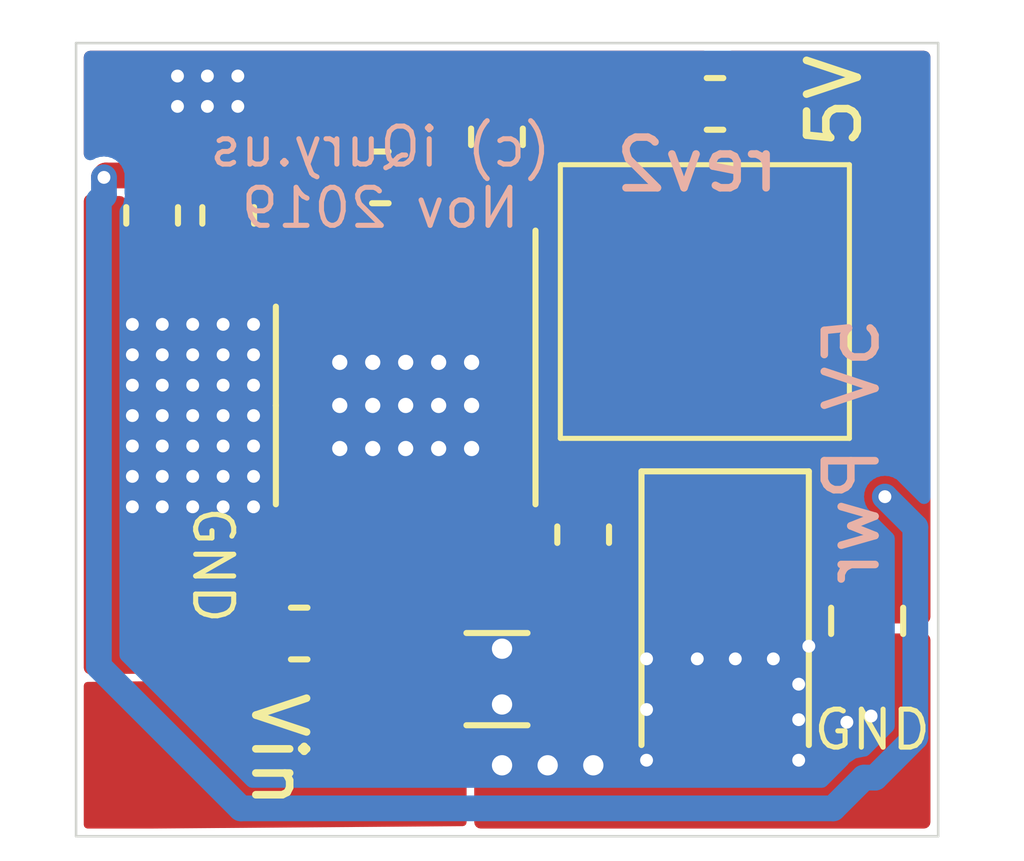
<source format=kicad_pcb>
(kicad_pcb (version 20191123) (host pcbnew "5.99.0-unknown-d20d310~86~ubuntu19.10.1")

  (general
    (thickness 1.6)
    (drawings 15)
    (tracks 83)
    (modules 12)
    (nets 10)
  )

  (page "A4")
  (layers
    (0 "F.Cu" signal)
    (31 "B.Cu" signal)
    (32 "B.Adhes" user)
    (33 "F.Adhes" user)
    (34 "B.Paste" user)
    (35 "F.Paste" user)
    (36 "B.SilkS" user)
    (37 "F.SilkS" user)
    (38 "B.Mask" user)
    (39 "F.Mask" user)
    (40 "Dwgs.User" user)
    (41 "Cmts.User" user)
    (42 "Eco1.User" user)
    (43 "Eco2.User" user)
    (44 "Edge.Cuts" user)
    (45 "Margin" user)
    (46 "B.CrtYd" user)
    (47 "F.CrtYd" user)
    (48 "B.Fab" user hide)
    (49 "F.Fab" user hide)
  )

  (setup
    (last_trace_width 0.381)
    (user_trace_width 0.1524)
    (user_trace_width 0.254)
    (user_trace_width 0.381)
    (user_trace_width 0.508)
    (user_trace_width 1.27)
    (trace_clearance 0.1524)
    (zone_clearance 0.1524)
    (zone_45_only no)
    (trace_min 0.1524)
    (via_size 0.8)
    (via_drill 0.4)
    (via_min_size 0.508)
    (via_min_drill 0.254)
    (user_via 0.508 0.254)
    (user_via 0.8 0.4)
    (user_via 1 0.5)
    (user_via 1.5 0.8)
    (uvia_size 0.3)
    (uvia_drill 0.1)
    (uvias_allowed no)
    (uvia_min_size 0.2)
    (uvia_min_drill 0.1)
    (max_error 0.005)
    (defaults
      (edge_clearance 0.01)
      (edge_cuts_line_width 0.05)
      (courtyard_line_width 0.05)
      (copper_line_width 0.2)
      (copper_text_dims (size 1.5 1.5) (thickness 0.3) keep_upright)
      (silk_line_width 0.12)
      (silk_text_dims (size 1 1) (thickness 0.15) keep_upright)
      (other_layers_line_width 0.1)
      (other_layers_text_dims (size 1 1) (thickness 0.15) keep_upright)
    )
    (pad_size 1.524 1.524)
    (pad_drill 0.762)
    (pad_to_mask_clearance 0.051)
    (solder_mask_min_width 0.25)
    (aux_axis_origin 107.5 87)
    (visible_elements FFFFFF7F)
    (pcbplotparams
      (layerselection 0x010fc_ffffffff)
      (usegerberextensions true)
      (usegerberattributes false)
      (usegerberadvancedattributes false)
      (creategerberjobfile false)
      (excludeedgelayer true)
      (linewidth 0.100000)
      (plotframeref false)
      (viasonmask false)
      (mode 1)
      (useauxorigin false)
      (hpglpennumber 1)
      (hpglpenspeed 20)
      (hpglpendiameter 15.000000)
      (psnegative false)
      (psa4output false)
      (plotreference false)
      (plotvalue false)
      (plotinvisibletext false)
      (padsonsilk false)
      (subtractmaskfromsilk false)
      (outputformat 1)
      (mirror false)
      (drillshape 0)
      (scaleselection 1)
      (outputdirectory "Gerber/")
    )
  )

  (net 0 "")
  (net 1 "GND")
  (net 2 "/Vin")
  (net 3 "Net-(C2-Pad2)")
  (net 4 "Net-(C2-Pad1)")
  (net 5 "Net-(C3-Pad2)")
  (net 6 "Net-(C3-Pad1)")
  (net 7 "/5V")
  (net 8 "Net-(R1-Pad1)")
  (net 9 "Net-(R3-Pad2)")

  (net_class "Default" "This is the default net class."
    (clearance 0.1524)
    (trace_width 0.1524)
    (via_dia 0.8)
    (via_drill 0.4)
    (uvia_dia 0.3)
    (uvia_drill 0.1)
    (add_net "/5V")
    (add_net "/Vin")
    (add_net "GND")
    (add_net "Net-(C2-Pad1)")
    (add_net "Net-(C2-Pad2)")
    (add_net "Net-(C3-Pad1)")
    (add_net "Net-(C3-Pad2)")
    (add_net "Net-(R1-Pad1)")
    (add_net "Net-(R3-Pad2)")
  )

  (module "Resistor_SMD:R_0603_1608Metric" (layer "F.Cu") (tedit 5B301BBD) (tstamp 5DDCB91F)
    (at 115.8 73.2 90)
    (descr "Resistor SMD 0603 (1608 Metric), square (rectangular) end terminal, IPC_7351 nominal, (Body size source: http://www.tortai-tech.com/upload/download/2011102023233369053.pdf), generated with kicad-footprint-generator")
    (tags "resistor")
    (path "/5DDC9F68")
    (attr smd)
    (fp_text reference "R2" (at 0 -1.43 90) (layer "F.SilkS") hide
      (effects (font (size 1 1) (thickness 0.15)))
    )
    (fp_text value "100k" (at 0 1.43 90) (layer "F.Fab")
      (effects (font (size 1 1) (thickness 0.15)))
    )
    (fp_line (start -0.8 0.4) (end -0.8 -0.4) (layer "F.Fab") (width 0.1))
    (fp_line (start -0.8 -0.4) (end 0.8 -0.4) (layer "F.Fab") (width 0.1))
    (fp_line (start 0.8 -0.4) (end 0.8 0.4) (layer "F.Fab") (width 0.1))
    (fp_line (start 0.8 0.4) (end -0.8 0.4) (layer "F.Fab") (width 0.1))
    (fp_line (start -0.162779 -0.51) (end 0.162779 -0.51) (layer "F.SilkS") (width 0.12))
    (fp_line (start -0.162779 0.51) (end 0.162779 0.51) (layer "F.SilkS") (width 0.12))
    (fp_line (start -1.48 0.73) (end -1.48 -0.73) (layer "F.CrtYd") (width 0.05))
    (fp_line (start -1.48 -0.73) (end 1.48 -0.73) (layer "F.CrtYd") (width 0.05))
    (fp_line (start 1.48 -0.73) (end 1.48 0.73) (layer "F.CrtYd") (width 0.05))
    (fp_line (start 1.48 0.73) (end -1.48 0.73) (layer "F.CrtYd") (width 0.05))
    (fp_text user "%R" (at 0 0 90) (layer "F.Fab")
      (effects (font (size 0.4 0.4) (thickness 0.06)))
    )
    (pad "2" smd roundrect (at 0.7875 0 90) (size 0.875 0.95) (layers "F.Cu" "F.Paste" "F.Mask") (roundrect_rratio 0.25)
      (net 1 "GND"))
    (pad "1" smd roundrect (at -0.7875 0 90) (size 0.875 0.95) (layers "F.Cu" "F.Paste" "F.Mask") (roundrect_rratio 0.25)
      (net 5 "Net-(C3-Pad2)"))
    (model "${KISYS3DMOD}/Resistor_SMD.3dshapes/R_0603_1608Metric.wrl"
      (at (xyz 0 0 0))
      (scale (xyz 1 1 1))
      (rotate (xyz 0 0 0))
    )
  )

  (module "Capacitor_SMD:C_0603_1608Metric" (layer "F.Cu") (tedit 5B301BBE) (tstamp 5DE234CD)
    (at 120.1 72.55 180)
    (descr "Capacitor SMD 0603 (1608 Metric), square (rectangular) end terminal, IPC_7351 nominal, (Body size source: http://www.tortai-tech.com/upload/download/2011102023233369053.pdf), generated with kicad-footprint-generator")
    (tags "capacitor")
    (path "/5DDDB92E")
    (attr smd)
    (fp_text reference "C5" (at 0 -1.43) (layer "F.SilkS") hide
      (effects (font (size 1 1) (thickness 0.15)))
    )
    (fp_text value "0.1uF" (at 0 1.43) (layer "F.Fab")
      (effects (font (size 1 1) (thickness 0.15)))
    )
    (fp_text user "%R" (at 0 0) (layer "F.Fab")
      (effects (font (size 0.4 0.4) (thickness 0.06)))
    )
    (fp_line (start 1.48 0.73) (end -1.48 0.73) (layer "F.CrtYd") (width 0.05))
    (fp_line (start 1.48 -0.73) (end 1.48 0.73) (layer "F.CrtYd") (width 0.05))
    (fp_line (start -1.48 -0.73) (end 1.48 -0.73) (layer "F.CrtYd") (width 0.05))
    (fp_line (start -1.48 0.73) (end -1.48 -0.73) (layer "F.CrtYd") (width 0.05))
    (fp_line (start -0.162779 0.51) (end 0.162779 0.51) (layer "F.SilkS") (width 0.12))
    (fp_line (start -0.162779 -0.51) (end 0.162779 -0.51) (layer "F.SilkS") (width 0.12))
    (fp_line (start 0.8 0.4) (end -0.8 0.4) (layer "F.Fab") (width 0.1))
    (fp_line (start 0.8 -0.4) (end 0.8 0.4) (layer "F.Fab") (width 0.1))
    (fp_line (start -0.8 -0.4) (end 0.8 -0.4) (layer "F.Fab") (width 0.1))
    (fp_line (start -0.8 0.4) (end -0.8 -0.4) (layer "F.Fab") (width 0.1))
    (pad "2" smd roundrect (at 0.7875 0 180) (size 0.875 0.95) (layers "F.Cu" "F.Paste" "F.Mask") (roundrect_rratio 0.25)
      (net 1 "GND"))
    (pad "1" smd roundrect (at -0.7875 0 180) (size 0.875 0.95) (layers "F.Cu" "F.Paste" "F.Mask") (roundrect_rratio 0.25)
      (net 7 "/5V"))
    (model "${KISYS3DMOD}/Capacitor_SMD.3dshapes/C_0603_1608Metric.wrl"
      (at (xyz 0 0 0))
      (scale (xyz 1 1 1))
      (rotate (xyz 0 0 0))
    )
  )

  (module "PrntrBoardV2:MWSA0503" (layer "F.Cu") (tedit 5DE1E00E) (tstamp 5DDCB8FD)
    (at 119.9 76.45)
    (path "/5DDC8019")
    (fp_text reference "L1" (at 0.25 3.25) (layer "F.SilkS") hide
      (effects (font (size 1 1) (thickness 0.15)))
    )
    (fp_text value "10uH" (at 0 -0.5) (layer "F.Fab")
      (effects (font (size 1 1) (thickness 0.15)))
    )
    (fp_line (start -2.85 -2.7) (end 2.85 -2.7) (layer "F.SilkS") (width 0.1))
    (fp_line (start -2.85 2.7) (end 2.85 2.7) (layer "F.SilkS") (width 0.1))
    (fp_line (start 2.85 -2.7) (end 2.85 2.7) (layer "F.SilkS") (width 0.1))
    (fp_line (start -2.85 -2.7) (end -2.85 2.7) (layer "F.SilkS") (width 0.1))
    (fp_line (start -3.05 -3) (end 3.05 -3) (layer "F.CrtYd") (width 0.1))
    (fp_line (start 3.05 -3) (end 3.05 3) (layer "F.CrtYd") (width 0.1))
    (fp_line (start 3.05 3) (end -3.05 3) (layer "F.CrtYd") (width 0.1))
    (fp_line (start -3.05 3) (end -3.05 -3) (layer "F.CrtYd") (width 0.1))
    (pad "2" smd rect (at 2.05 0) (size 1.9 2.5) (layers "F.Cu" "F.Paste" "F.Mask")
      (net 7 "/5V"))
    (pad "1" smd rect (at -2.05 0) (size 1.9 2.5) (layers "F.Cu" "F.Paste" "F.Mask")
      (net 4 "Net-(C2-Pad1)"))
    (model "${KIPRJMOD}/packages3d/Inductor-5.2x5.4x2.8.step"
      (at (xyz 0 0 0))
      (scale (xyz 1 1 1))
      (rotate (xyz 0 0 0))
    )
  )

  (module "PrntrBoardV2:SOIC-8-1EP_3.9x4.9mm_P1.27mm_EP2.514x3.2mm_ThermalVias" (layer "F.Cu") (tedit 5DDE1D2A) (tstamp 5DDCB967)
    (at 114 78.5 -90)
    (descr "SOIC, 8 Pin (https://www.renesas.com/eu/en/www/doc/datasheet/hip2100.pdf#page=13), generated with kicad-footprint-generator ipc_gullwing_generator.py")
    (tags "SOIC SO")
    (path "/5DDC6BCF")
    (attr smd)
    (fp_text reference "U1" (at 0 -3.4 90) (layer "F.SilkS") hide
      (effects (font (size 1 1) (thickness 0.15)))
    )
    (fp_text value "MP1584EN" (at 0 3.4 90) (layer "F.Fab")
      (effects (font (size 1 1) (thickness 0.15)))
    )
    (fp_line (start 0 2.56) (end 1.95 2.56) (layer "F.SilkS") (width 0.12))
    (fp_line (start 0 2.56) (end -1.95 2.56) (layer "F.SilkS") (width 0.12))
    (fp_line (start 0 -2.56) (end 1.95 -2.56) (layer "F.SilkS") (width 0.12))
    (fp_line (start 0 -2.56) (end -3.45 -2.56) (layer "F.SilkS") (width 0.12))
    (fp_line (start -0.975 -2.45) (end 1.95 -2.45) (layer "F.Fab") (width 0.1))
    (fp_line (start 1.95 -2.45) (end 1.95 2.45) (layer "F.Fab") (width 0.1))
    (fp_line (start 1.95 2.45) (end -1.95 2.45) (layer "F.Fab") (width 0.1))
    (fp_line (start -1.95 2.45) (end -1.95 -1.475) (layer "F.Fab") (width 0.1))
    (fp_line (start -1.95 -1.475) (end -0.975 -2.45) (layer "F.Fab") (width 0.1))
    (fp_line (start -3.7 -2.7) (end -3.7 2.7) (layer "F.CrtYd") (width 0.05))
    (fp_line (start -3.7 2.7) (end 3.7 2.7) (layer "F.CrtYd") (width 0.05))
    (fp_line (start 3.7 2.7) (end 3.7 -2.7) (layer "F.CrtYd") (width 0.05))
    (fp_line (start 3.7 -2.7) (end -3.7 -2.7) (layer "F.CrtYd") (width 0.05))
    (fp_text user "%R" (at 0 0 90) (layer "F.Fab")
      (effects (font (size 0.98 0.98) (thickness 0.15)))
    )
    (pad "9" thru_hole circle (at -0.85 -1.3 270) (size 0.6 0.6) (drill 0.3) (layers *.Cu)
      (net 1 "GND"))
    (pad "9" thru_hole circle (at -0.85 0.65 270) (size 0.6 0.6) (drill 0.3) (layers *.Cu)
      (net 1 "GND"))
    (pad "9" thru_hole circle (at -0.85 1.3 270) (size 0.6 0.6) (drill 0.3) (layers *.Cu)
      (net 1 "GND"))
    (pad "9" thru_hole circle (at -0.85 0 270) (size 0.6 0.6) (drill 0.3) (layers *.Cu)
      (net 1 "GND"))
    (pad "9" thru_hole circle (at -0.85 -0.65 270) (size 0.6 0.6) (drill 0.3) (layers *.Cu)
      (net 1 "GND"))
    (pad "9" thru_hole circle (at 0 -1.3 270) (size 0.6 0.6) (drill 0.3) (layers *.Cu)
      (net 1 "GND"))
    (pad "9" thru_hole circle (at 0 0.65 270) (size 0.6 0.6) (drill 0.3) (layers *.Cu)
      (net 1 "GND"))
    (pad "9" thru_hole circle (at 0 1.3 270) (size 0.6 0.6) (drill 0.3) (layers *.Cu)
      (net 1 "GND"))
    (pad "9" thru_hole circle (at 0 0 270) (size 0.6 0.6) (drill 0.3) (layers *.Cu)
      (net 1 "GND"))
    (pad "9" thru_hole circle (at 0 -0.65 270) (size 0.6 0.6) (drill 0.3) (layers *.Cu)
      (net 1 "GND"))
    (pad "9" thru_hole circle (at 0.85 1.3 270) (size 0.6 0.6) (drill 0.3) (layers *.Cu)
      (net 1 "GND"))
    (pad "9" thru_hole circle (at 0.85 0.65 270) (size 0.6 0.6) (drill 0.3) (layers *.Cu)
      (net 1 "GND"))
    (pad "9" smd rect (at 0 0 270) (size 2.514 3.2) (layers "F.Cu" "F.Mask")
      (net 1 "GND"))
    (pad "9" thru_hole circle (at 0.85 -1.3 270) (size 0.6 0.6) (drill 0.3) (layers *.Cu)
      (net 1 "GND"))
    (pad "9" thru_hole circle (at 0.85 -0.65 270) (size 0.6 0.6) (drill 0.3) (layers *.Cu)
      (net 1 "GND"))
    (pad "9" thru_hole circle (at 0.85 0 270) (size 0.6 0.6) (drill 0.3) (layers *.Cu)
      (net 1 "GND"))
    (pad "9" smd rect (at 0 0 270) (size 2.514 3.2) (layers "B.Cu")
      (net 1 "GND"))
    (pad "" smd roundrect (at -0.63 -0.8 270) (size 1.05 1.34) (layers "F.Paste") (roundrect_rratio 0.238095))
    (pad "" smd roundrect (at -0.63 0.8 270) (size 1.05 1.34) (layers "F.Paste") (roundrect_rratio 0.238095))
    (pad "" smd roundrect (at 0.63 -0.8 270) (size 1.05 1.34) (layers "F.Paste") (roundrect_rratio 0.238095))
    (pad "" smd roundrect (at 0.63 0.8 270) (size 1.05 1.34) (layers "F.Paste") (roundrect_rratio 0.238095))
    (pad "1" smd roundrect (at -2.6375 -1.905 270) (size 1.625 0.6) (layers "F.Cu" "F.Paste" "F.Mask") (roundrect_rratio 0.25)
      (net 4 "Net-(C2-Pad1)"))
    (pad "2" smd roundrect (at -2.6375 -0.635 270) (size 1.625 0.6) (layers "F.Cu" "F.Paste" "F.Mask") (roundrect_rratio 0.25))
    (pad "3" smd roundrect (at -2.6375 0.635 270) (size 1.625 0.6) (layers "F.Cu" "F.Paste" "F.Mask") (roundrect_rratio 0.25)
      (net 6 "Net-(C3-Pad1)"))
    (pad "4" smd roundrect (at -2.6375 1.905 270) (size 1.625 0.6) (layers "F.Cu" "F.Paste" "F.Mask") (roundrect_rratio 0.25)
      (net 9 "Net-(R3-Pad2)"))
    (pad "5" smd roundrect (at 2.6375 1.905 270) (size 1.625 0.6) (layers "F.Cu" "F.Paste" "F.Mask") (roundrect_rratio 0.25)
      (net 1 "GND"))
    (pad "6" smd roundrect (at 2.6375 0.635 270) (size 1.625 0.6) (layers "F.Cu" "F.Paste" "F.Mask") (roundrect_rratio 0.25)
      (net 8 "Net-(R1-Pad1)"))
    (pad "7" smd roundrect (at 2.6375 -0.635 270) (size 1.625 0.6) (layers "F.Cu" "F.Paste" "F.Mask") (roundrect_rratio 0.25)
      (net 2 "/Vin"))
    (pad "8" smd roundrect (at 2.6375 -1.905 270) (size 1.625 0.6) (layers "F.Cu" "F.Paste" "F.Mask") (roundrect_rratio 0.25)
      (net 3 "Net-(C2-Pad2)"))
    (model "${KISYS3DMOD}/Package_SO.3dshapes/SOIC-8_3.9x4.9mm_P1.27mm.wrl"
      (at (xyz 0 0 0))
      (scale (xyz 1 1 1))
      (rotate (xyz 0 0 0))
    )
  )

  (module "Capacitor_SMD:C_0603_1608Metric" (layer "F.Cu") (tedit 5B301BBE) (tstamp 5DDCDC98)
    (at 113.5 74)
    (descr "Capacitor SMD 0603 (1608 Metric), square (rectangular) end terminal, IPC_7351 nominal, (Body size source: http://www.tortai-tech.com/upload/download/2011102023233369053.pdf), generated with kicad-footprint-generator")
    (tags "capacitor")
    (path "/5DDC95B6")
    (attr smd)
    (fp_text reference "C3" (at 0 -1.43) (layer "F.SilkS") hide
      (effects (font (size 1 1) (thickness 0.15)))
    )
    (fp_text value "150pF" (at 0 1.43) (layer "F.Fab")
      (effects (font (size 1 1) (thickness 0.15)))
    )
    (fp_line (start -0.8 0.4) (end -0.8 -0.4) (layer "F.Fab") (width 0.1))
    (fp_line (start -0.8 -0.4) (end 0.8 -0.4) (layer "F.Fab") (width 0.1))
    (fp_line (start 0.8 -0.4) (end 0.8 0.4) (layer "F.Fab") (width 0.1))
    (fp_line (start 0.8 0.4) (end -0.8 0.4) (layer "F.Fab") (width 0.1))
    (fp_line (start -0.162779 -0.51) (end 0.162779 -0.51) (layer "F.SilkS") (width 0.12))
    (fp_line (start -0.162779 0.51) (end 0.162779 0.51) (layer "F.SilkS") (width 0.12))
    (fp_line (start -1.48 0.73) (end -1.48 -0.73) (layer "F.CrtYd") (width 0.05))
    (fp_line (start -1.48 -0.73) (end 1.48 -0.73) (layer "F.CrtYd") (width 0.05))
    (fp_line (start 1.48 -0.73) (end 1.48 0.73) (layer "F.CrtYd") (width 0.05))
    (fp_line (start 1.48 0.73) (end -1.48 0.73) (layer "F.CrtYd") (width 0.05))
    (fp_text user "%R" (at 0 0) (layer "F.Fab")
      (effects (font (size 0.4 0.4) (thickness 0.06)))
    )
    (pad "2" smd roundrect (at 0.7875 0) (size 0.875 0.95) (layers "F.Cu" "F.Paste" "F.Mask") (roundrect_rratio 0.25)
      (net 5 "Net-(C3-Pad2)"))
    (pad "1" smd roundrect (at -0.7875 0) (size 0.875 0.95) (layers "F.Cu" "F.Paste" "F.Mask") (roundrect_rratio 0.25)
      (net 6 "Net-(C3-Pad1)"))
    (model "${KISYS3DMOD}/Capacitor_SMD.3dshapes/C_0603_1608Metric.wrl"
      (at (xyz 0 0 0))
      (scale (xyz 1 1 1))
      (rotate (xyz 0 0 0))
    )
  )

  (module "Resistor_SMD:R_0603_1608Metric" (layer "F.Cu") (tedit 5B301BBD) (tstamp 5DDCB941)
    (at 110.5 74.75 90)
    (descr "Resistor SMD 0603 (1608 Metric), square (rectangular) end terminal, IPC_7351 nominal, (Body size source: http://www.tortai-tech.com/upload/download/2011102023233369053.pdf), generated with kicad-footprint-generator")
    (tags "resistor")
    (path "/5DDCDD78")
    (attr smd)
    (fp_text reference "R4" (at 0 -1.43 90) (layer "F.SilkS") hide
      (effects (font (size 1 1) (thickness 0.15)))
    )
    (fp_text value "40.2k" (at 0 1.43 90) (layer "F.Fab")
      (effects (font (size 1 1) (thickness 0.15)))
    )
    (fp_line (start -0.8 0.4) (end -0.8 -0.4) (layer "F.Fab") (width 0.1))
    (fp_line (start -0.8 -0.4) (end 0.8 -0.4) (layer "F.Fab") (width 0.1))
    (fp_line (start 0.8 -0.4) (end 0.8 0.4) (layer "F.Fab") (width 0.1))
    (fp_line (start 0.8 0.4) (end -0.8 0.4) (layer "F.Fab") (width 0.1))
    (fp_line (start -0.162779 -0.51) (end 0.162779 -0.51) (layer "F.SilkS") (width 0.12))
    (fp_line (start -0.162779 0.51) (end 0.162779 0.51) (layer "F.SilkS") (width 0.12))
    (fp_line (start -1.48 0.73) (end -1.48 -0.73) (layer "F.CrtYd") (width 0.05))
    (fp_line (start -1.48 -0.73) (end 1.48 -0.73) (layer "F.CrtYd") (width 0.05))
    (fp_line (start 1.48 -0.73) (end 1.48 0.73) (layer "F.CrtYd") (width 0.05))
    (fp_line (start 1.48 0.73) (end -1.48 0.73) (layer "F.CrtYd") (width 0.05))
    (fp_text user "%R" (at 0 0 90) (layer "F.Fab")
      (effects (font (size 0.4 0.4) (thickness 0.06)))
    )
    (pad "2" smd roundrect (at 0.7875 0 90) (size 0.875 0.95) (layers "F.Cu" "F.Paste" "F.Mask") (roundrect_rratio 0.25)
      (net 1 "GND"))
    (pad "1" smd roundrect (at -0.7875 0 90) (size 0.875 0.95) (layers "F.Cu" "F.Paste" "F.Mask") (roundrect_rratio 0.25)
      (net 9 "Net-(R3-Pad2)"))
    (model "${KISYS3DMOD}/Resistor_SMD.3dshapes/R_0603_1608Metric.wrl"
      (at (xyz 0 0 0))
      (scale (xyz 1 1 1))
      (rotate (xyz 0 0 0))
    )
  )

  (module "Resistor_SMD:R_0603_1608Metric" (layer "F.Cu") (tedit 5B301BBD) (tstamp 5DDCB930)
    (at 109 74.75 -90)
    (descr "Resistor SMD 0603 (1608 Metric), square (rectangular) end terminal, IPC_7351 nominal, (Body size source: http://www.tortai-tech.com/upload/download/2011102023233369053.pdf), generated with kicad-footprint-generator")
    (tags "resistor")
    (path "/5DDCD723")
    (attr smd)
    (fp_text reference "R3" (at 0 -1.43 90) (layer "F.SilkS") hide
      (effects (font (size 1 1) (thickness 0.15)))
    )
    (fp_text value "210k" (at 0 1.43 90) (layer "F.Fab")
      (effects (font (size 1 1) (thickness 0.15)))
    )
    (fp_line (start -0.8 0.4) (end -0.8 -0.4) (layer "F.Fab") (width 0.1))
    (fp_line (start -0.8 -0.4) (end 0.8 -0.4) (layer "F.Fab") (width 0.1))
    (fp_line (start 0.8 -0.4) (end 0.8 0.4) (layer "F.Fab") (width 0.1))
    (fp_line (start 0.8 0.4) (end -0.8 0.4) (layer "F.Fab") (width 0.1))
    (fp_line (start -0.162779 -0.51) (end 0.162779 -0.51) (layer "F.SilkS") (width 0.12))
    (fp_line (start -0.162779 0.51) (end 0.162779 0.51) (layer "F.SilkS") (width 0.12))
    (fp_line (start -1.48 0.73) (end -1.48 -0.73) (layer "F.CrtYd") (width 0.05))
    (fp_line (start -1.48 -0.73) (end 1.48 -0.73) (layer "F.CrtYd") (width 0.05))
    (fp_line (start 1.48 -0.73) (end 1.48 0.73) (layer "F.CrtYd") (width 0.05))
    (fp_line (start 1.48 0.73) (end -1.48 0.73) (layer "F.CrtYd") (width 0.05))
    (fp_text user "%R" (at 0 0 90) (layer "F.Fab")
      (effects (font (size 0.4 0.4) (thickness 0.06)))
    )
    (pad "2" smd roundrect (at 0.7875 0 270) (size 0.875 0.95) (layers "F.Cu" "F.Paste" "F.Mask") (roundrect_rratio 0.25)
      (net 9 "Net-(R3-Pad2)"))
    (pad "1" smd roundrect (at -0.7875 0 270) (size 0.875 0.95) (layers "F.Cu" "F.Paste" "F.Mask") (roundrect_rratio 0.25)
      (net 7 "/5V"))
    (model "${KISYS3DMOD}/Resistor_SMD.3dshapes/R_0603_1608Metric.wrl"
      (at (xyz 0 0 0))
      (scale (xyz 1 1 1))
      (rotate (xyz 0 0 0))
    )
  )

  (module "Resistor_SMD:R_0603_1608Metric" (layer "F.Cu") (tedit 5B301BBD) (tstamp 5DDCB90E)
    (at 111.9 83 180)
    (descr "Resistor SMD 0603 (1608 Metric), square (rectangular) end terminal, IPC_7351 nominal, (Body size source: http://www.tortai-tech.com/upload/download/2011102023233369053.pdf), generated with kicad-footprint-generator")
    (tags "resistor")
    (path "/5DDCAC70")
    (attr smd)
    (fp_text reference "R1" (at 0 -1.43) (layer "F.SilkS") hide
      (effects (font (size 1 1) (thickness 0.15)))
    )
    (fp_text value "100k" (at 0 1.43) (layer "F.Fab")
      (effects (font (size 1 1) (thickness 0.15)))
    )
    (fp_line (start -0.8 0.4) (end -0.8 -0.4) (layer "F.Fab") (width 0.1))
    (fp_line (start -0.8 -0.4) (end 0.8 -0.4) (layer "F.Fab") (width 0.1))
    (fp_line (start 0.8 -0.4) (end 0.8 0.4) (layer "F.Fab") (width 0.1))
    (fp_line (start 0.8 0.4) (end -0.8 0.4) (layer "F.Fab") (width 0.1))
    (fp_line (start -0.162779 -0.51) (end 0.162779 -0.51) (layer "F.SilkS") (width 0.12))
    (fp_line (start -0.162779 0.51) (end 0.162779 0.51) (layer "F.SilkS") (width 0.12))
    (fp_line (start -1.48 0.73) (end -1.48 -0.73) (layer "F.CrtYd") (width 0.05))
    (fp_line (start -1.48 -0.73) (end 1.48 -0.73) (layer "F.CrtYd") (width 0.05))
    (fp_line (start 1.48 -0.73) (end 1.48 0.73) (layer "F.CrtYd") (width 0.05))
    (fp_line (start 1.48 0.73) (end -1.48 0.73) (layer "F.CrtYd") (width 0.05))
    (fp_text user "%R" (at 0 0) (layer "F.Fab")
      (effects (font (size 0.4 0.4) (thickness 0.06)))
    )
    (pad "2" smd roundrect (at 0.7875 0 180) (size 0.875 0.95) (layers "F.Cu" "F.Paste" "F.Mask") (roundrect_rratio 0.25)
      (net 1 "GND"))
    (pad "1" smd roundrect (at -0.7875 0 180) (size 0.875 0.95) (layers "F.Cu" "F.Paste" "F.Mask") (roundrect_rratio 0.25)
      (net 8 "Net-(R1-Pad1)"))
    (model "${KISYS3DMOD}/Resistor_SMD.3dshapes/R_0603_1608Metric.wrl"
      (at (xyz 0 0 0))
      (scale (xyz 1 1 1))
      (rotate (xyz 0 0 0))
    )
  )

  (module "Diode_SMD:D_SMA" (layer "F.Cu") (tedit 586432E5) (tstamp 5DDCB8AE)
    (at 120.3 83.2 -90)
    (descr "Diode SMA (DO-214AC)")
    (tags "Diode SMA (DO-214AC)")
    (path "/5DDC73D8")
    (attr smd)
    (fp_text reference "D1" (at 0 -2.5 90) (layer "F.SilkS") hide
      (effects (font (size 1 1) (thickness 0.15)))
    )
    (fp_text value "SS34" (at 0 2.6 90) (layer "F.Fab")
      (effects (font (size 1 1) (thickness 0.15)))
    )
    (fp_text user "%R" (at 0 -2.5 90) (layer "F.Fab")
      (effects (font (size 1 1) (thickness 0.15)))
    )
    (fp_line (start -3.4 -1.65) (end -3.4 1.65) (layer "F.SilkS") (width 0.12))
    (fp_line (start 2.3 1.5) (end -2.3 1.5) (layer "F.Fab") (width 0.1))
    (fp_line (start -2.3 1.5) (end -2.3 -1.5) (layer "F.Fab") (width 0.1))
    (fp_line (start 2.3 -1.5) (end 2.3 1.5) (layer "F.Fab") (width 0.1))
    (fp_line (start 2.3 -1.5) (end -2.3 -1.5) (layer "F.Fab") (width 0.1))
    (fp_line (start -3.5 -1.75) (end 3.5 -1.75) (layer "F.CrtYd") (width 0.05))
    (fp_line (start 3.5 -1.75) (end 3.5 1.75) (layer "F.CrtYd") (width 0.05))
    (fp_line (start 3.5 1.75) (end -3.5 1.75) (layer "F.CrtYd") (width 0.05))
    (fp_line (start -3.5 1.75) (end -3.5 -1.75) (layer "F.CrtYd") (width 0.05))
    (fp_line (start -0.64944 0.00102) (end -1.55114 0.00102) (layer "F.Fab") (width 0.1))
    (fp_line (start 0.50118 0.00102) (end 1.4994 0.00102) (layer "F.Fab") (width 0.1))
    (fp_line (start -0.64944 -0.79908) (end -0.64944 0.80112) (layer "F.Fab") (width 0.1))
    (fp_line (start 0.50118 0.75032) (end 0.50118 -0.79908) (layer "F.Fab") (width 0.1))
    (fp_line (start -0.64944 0.00102) (end 0.50118 0.75032) (layer "F.Fab") (width 0.1))
    (fp_line (start -0.64944 0.00102) (end 0.50118 -0.79908) (layer "F.Fab") (width 0.1))
    (fp_line (start -3.4 1.65) (end 2 1.65) (layer "F.SilkS") (width 0.12))
    (fp_line (start -3.4 -1.65) (end 2 -1.65) (layer "F.SilkS") (width 0.12))
    (pad "2" smd rect (at 2 0 270) (size 2.5 1.8) (layers "F.Cu" "F.Paste" "F.Mask")
      (net 1 "GND"))
    (pad "1" smd rect (at -2 0 270) (size 2.5 1.8) (layers "F.Cu" "F.Paste" "F.Mask")
      (net 4 "Net-(C2-Pad1)"))
    (model "${KISYS3DMOD}/Diode_SMD.3dshapes/D_SMA.wrl"
      (at (xyz 0 0 0))
      (scale (xyz 1 1 1))
      (rotate (xyz 0 0 0))
    )
  )

  (module "Capacitor_SMD:C_0805_2012Metric" (layer "F.Cu") (tedit 5B36C52B) (tstamp 5DDCBED5)
    (at 123.1 82.75 -90)
    (descr "Capacitor SMD 0805 (2012 Metric), square (rectangular) end terminal, IPC_7351 nominal, (Body size source: https://docs.google.com/spreadsheets/d/1BsfQQcO9C6DZCsRaXUlFlo91Tg2WpOkGARC1WS5S8t0/edit?usp=sharing), generated with kicad-footprint-generator")
    (tags "capacitor")
    (path "/5DDC89EA")
    (attr smd)
    (fp_text reference "C4" (at 0 -1.65 90) (layer "F.SilkS") hide
      (effects (font (size 1 1) (thickness 0.15)))
    )
    (fp_text value "22uF" (at 0 1.65 90) (layer "F.Fab")
      (effects (font (size 1 1) (thickness 0.15)))
    )
    (fp_line (start -1 0.6) (end -1 -0.6) (layer "F.Fab") (width 0.1))
    (fp_line (start -1 -0.6) (end 1 -0.6) (layer "F.Fab") (width 0.1))
    (fp_line (start 1 -0.6) (end 1 0.6) (layer "F.Fab") (width 0.1))
    (fp_line (start 1 0.6) (end -1 0.6) (layer "F.Fab") (width 0.1))
    (fp_line (start -0.258578 -0.71) (end 0.258578 -0.71) (layer "F.SilkS") (width 0.12))
    (fp_line (start -0.258578 0.71) (end 0.258578 0.71) (layer "F.SilkS") (width 0.12))
    (fp_line (start -1.68 0.95) (end -1.68 -0.95) (layer "F.CrtYd") (width 0.05))
    (fp_line (start -1.68 -0.95) (end 1.68 -0.95) (layer "F.CrtYd") (width 0.05))
    (fp_line (start 1.68 -0.95) (end 1.68 0.95) (layer "F.CrtYd") (width 0.05))
    (fp_line (start 1.68 0.95) (end -1.68 0.95) (layer "F.CrtYd") (width 0.05))
    (fp_text user "%R" (at 0 0 90) (layer "F.Fab")
      (effects (font (size 0.5 0.5) (thickness 0.08)))
    )
    (pad "2" smd roundrect (at 0.9375 0 270) (size 0.975 1.4) (layers "F.Cu" "F.Paste" "F.Mask") (roundrect_rratio 0.25)
      (net 1 "GND"))
    (pad "1" smd roundrect (at -0.9375 0 270) (size 0.975 1.4) (layers "F.Cu" "F.Paste" "F.Mask") (roundrect_rratio 0.25)
      (net 7 "/5V"))
    (model "${KISYS3DMOD}/Capacitor_SMD.3dshapes/C_0805_2012Metric.wrl"
      (at (xyz 0 0 0))
      (scale (xyz 1 1 1))
      (rotate (xyz 0 0 0))
    )
  )

  (module "Capacitor_SMD:C_0603_1608Metric" (layer "F.Cu") (tedit 5B301BBE) (tstamp 5DDCB874)
    (at 117.5 81.05 -90)
    (descr "Capacitor SMD 0603 (1608 Metric), square (rectangular) end terminal, IPC_7351 nominal, (Body size source: http://www.tortai-tech.com/upload/download/2011102023233369053.pdf), generated with kicad-footprint-generator")
    (tags "capacitor")
    (path "/5DDCBFFB")
    (attr smd)
    (fp_text reference "C2" (at 0 -1.43 90) (layer "F.SilkS") hide
      (effects (font (size 1 1) (thickness 0.15)))
    )
    (fp_text value "0.1uF" (at 0 1.43 90) (layer "F.Fab")
      (effects (font (size 1 1) (thickness 0.15)))
    )
    (fp_line (start -0.8 0.4) (end -0.8 -0.4) (layer "F.Fab") (width 0.1))
    (fp_line (start -0.8 -0.4) (end 0.8 -0.4) (layer "F.Fab") (width 0.1))
    (fp_line (start 0.8 -0.4) (end 0.8 0.4) (layer "F.Fab") (width 0.1))
    (fp_line (start 0.8 0.4) (end -0.8 0.4) (layer "F.Fab") (width 0.1))
    (fp_line (start -0.162779 -0.51) (end 0.162779 -0.51) (layer "F.SilkS") (width 0.12))
    (fp_line (start -0.162779 0.51) (end 0.162779 0.51) (layer "F.SilkS") (width 0.12))
    (fp_line (start -1.48 0.73) (end -1.48 -0.73) (layer "F.CrtYd") (width 0.05))
    (fp_line (start -1.48 -0.73) (end 1.48 -0.73) (layer "F.CrtYd") (width 0.05))
    (fp_line (start 1.48 -0.73) (end 1.48 0.73) (layer "F.CrtYd") (width 0.05))
    (fp_line (start 1.48 0.73) (end -1.48 0.73) (layer "F.CrtYd") (width 0.05))
    (fp_text user "%R" (at 0 0 90) (layer "F.Fab")
      (effects (font (size 0.4 0.4) (thickness 0.06)))
    )
    (pad "2" smd roundrect (at 0.7875 0 270) (size 0.875 0.95) (layers "F.Cu" "F.Paste" "F.Mask") (roundrect_rratio 0.25)
      (net 3 "Net-(C2-Pad2)"))
    (pad "1" smd roundrect (at -0.7875 0 270) (size 0.875 0.95) (layers "F.Cu" "F.Paste" "F.Mask") (roundrect_rratio 0.25)
      (net 4 "Net-(C2-Pad1)"))
    (model "${KISYS3DMOD}/Capacitor_SMD.3dshapes/C_0603_1608Metric.wrl"
      (at (xyz 0 0 0))
      (scale (xyz 1 1 1))
      (rotate (xyz 0 0 0))
    )
  )

  (module "Capacitor_SMD:C_1206_3216Metric" (layer "F.Cu") (tedit 5B301BBE) (tstamp 5DDCB863)
    (at 115.8 83.9)
    (descr "Capacitor SMD 1206 (3216 Metric), square (rectangular) end terminal, IPC_7351 nominal, (Body size source: http://www.tortai-tech.com/upload/download/2011102023233369053.pdf), generated with kicad-footprint-generator")
    (tags "capacitor")
    (path "/5DDCB2EE")
    (attr smd)
    (fp_text reference "C1" (at 0 -1.82) (layer "F.SilkS") hide
      (effects (font (size 1 1) (thickness 0.15)))
    )
    (fp_text value "10uF 50V" (at 0 1.82) (layer "F.Fab")
      (effects (font (size 1 1) (thickness 0.15)))
    )
    (fp_line (start -1.6 0.8) (end -1.6 -0.8) (layer "F.Fab") (width 0.1))
    (fp_line (start -1.6 -0.8) (end 1.6 -0.8) (layer "F.Fab") (width 0.1))
    (fp_line (start 1.6 -0.8) (end 1.6 0.8) (layer "F.Fab") (width 0.1))
    (fp_line (start 1.6 0.8) (end -1.6 0.8) (layer "F.Fab") (width 0.1))
    (fp_line (start -0.602064 -0.91) (end 0.602064 -0.91) (layer "F.SilkS") (width 0.12))
    (fp_line (start -0.602064 0.91) (end 0.602064 0.91) (layer "F.SilkS") (width 0.12))
    (fp_line (start -2.28 1.12) (end -2.28 -1.12) (layer "F.CrtYd") (width 0.05))
    (fp_line (start -2.28 -1.12) (end 2.28 -1.12) (layer "F.CrtYd") (width 0.05))
    (fp_line (start 2.28 -1.12) (end 2.28 1.12) (layer "F.CrtYd") (width 0.05))
    (fp_line (start 2.28 1.12) (end -2.28 1.12) (layer "F.CrtYd") (width 0.05))
    (fp_text user "%R" (at 0 0) (layer "F.Fab")
      (effects (font (size 0.8 0.8) (thickness 0.12)))
    )
    (pad "2" smd roundrect (at 1.4 0) (size 1.25 1.75) (layers "F.Cu" "F.Paste" "F.Mask") (roundrect_rratio 0.2)
      (net 1 "GND"))
    (pad "1" smd roundrect (at -1.4 0) (size 1.25 1.75) (layers "F.Cu" "F.Paste" "F.Mask") (roundrect_rratio 0.2)
      (net 2 "/Vin"))
    (model "${KISYS3DMOD}/Capacitor_SMD.3dshapes/C_1206_3216Metric.wrl"
      (at (xyz 0 0 0))
      (scale (xyz 1 1 1))
      (rotate (xyz 0 0 0))
    )
  )

  (gr_text "GND" (at 110.2 81.65 270) (layer "F.SilkS") (tstamp 5DDCCD17)
    (effects (font (size 0.75 0.75) (thickness 0.1)))
  )
  (gr_text "5V Pwr" (at 122.8 79.4 90) (layer "B.SilkS")
    (effects (font (size 1 1) (thickness 0.15)) (justify mirror))
  )
  (gr_text "rev2" (at 119.75 73.75) (layer "B.SilkS")
    (effects (font (size 1 1) (thickness 0.15)) (justify mirror))
  )
  (gr_text "(c) iQury.us\nNov 2019" (at 113.5 74) (layer "B.SilkS")
    (effects (font (size 0.75 0.75) (thickness 0.1)) (justify mirror))
  )
  (gr_text "GND" (at 123.2 84.9) (layer "F.SilkS")
    (effects (font (size 0.75 0.75) (thickness 0.1)))
  )
  (gr_text "Vin" (at 111.5 85.3 -90) (layer "F.SilkS")
    (effects (font (size 1 1) (thickness 0.15)))
  )
  (gr_text "5V" (at 122.45 72.5 90) (layer "F.SilkS")
    (effects (font (size 1 1) (thickness 0.15)))
  )
  (gr_poly (pts (xy 123.1 72.55) (xy 123.1 75.8) (xy 124.2 75.8) (xy 124.2 72.55)) (layer "F.Mask") (width 0.1))
  (gr_poly (pts (xy 122.3 85.35) (xy 122.3 86.75) (xy 124.3 86.75) (xy 124.3 85.35)) (layer "F.Mask") (width 0.1))
  (gr_poly (pts (xy 107.75 80.9) (xy 109.75 80.9) (xy 109.75 83.6) (xy 107.75 83.6)) (layer "F.Mask") (width 0.1))
  (gr_poly (pts (xy 107.75 84.05) (xy 110.65 84.05) (xy 110.65 86.8) (xy 107.75 86.8)) (layer "F.Mask") (width 0.1))
  (gr_line (start 107.5 87) (end 107.5 71.35) (layer "Edge.Cuts") (width 0.05))
  (gr_line (start 124.5 87) (end 107.5 87) (layer "Edge.Cuts") (width 0.05))
  (gr_line (start 124.5 71.35) (end 124.5 87) (layer "Edge.Cuts") (width 0.05))
  (gr_line (start 107.5 71.35) (end 124.5 71.35) (layer "Edge.Cuts") (width 0.05))

  (segment (start 114.2875 74) (end 115.7875 74) (width 0.381) (layer "F.Cu") (net 5))
  (segment (start 115.7875 74) (end 115.8 73.9875) (width 0.381) (layer "F.Cu") (net 5))
  (via (at 109.8 77.5) (size 0.508) (drill 0.254) (layers "F.Cu" "B.Cu") (net 1))
  (via (at 109.2 77.5) (size 0.508) (drill 0.254) (layers "F.Cu" "B.Cu") (net 1))
  (via (at 110.4 77.5) (size 0.508) (drill 0.254) (layers "F.Cu" "B.Cu") (net 1))
  (via (at 111 77.5) (size 0.508) (drill 0.254) (layers "F.Cu" "B.Cu") (net 1))
  (segment (start 113.365 74.6525) (end 113.365 75.8625) (width 0.381) (layer "F.Cu") (net 6))
  (segment (start 112.7125 74) (end 113.365 74.6525) (width 0.381) (layer "F.Cu") (net 6))
  (segment (start 110.825 75.8625) (end 110.5 75.5375) (width 0.381) (layer "F.Cu") (net 9))
  (segment (start 112.095 75.8625) (end 110.825 75.8625) (width 0.381) (layer "F.Cu") (net 9))
  (segment (start 110.5 75.5375) (end 109 75.5375) (width 0.381) (layer "F.Cu") (net 9))
  (via (at 118.75 83.5) (size 0.508) (drill 0.254) (layers "F.Cu" "B.Cu") (net 1))
  (via (at 119.75 83.5) (size 0.508) (drill 0.254) (layers "F.Cu" "B.Cu") (net 1))
  (via (at 120.5 83.5) (size 0.508) (drill 0.254) (layers "F.Cu" "B.Cu") (net 1))
  (via (at 121.25 83.5) (size 0.508) (drill 0.254) (layers "F.Cu" "B.Cu") (net 1))
  (via (at 121.75 84) (size 0.508) (drill 0.254) (layers "F.Cu" "B.Cu") (net 1))
  (via (at 121.75 84.7) (size 0.508) (drill 0.254) (layers "F.Cu" "B.Cu") (net 1))
  (via (at 118.75 85.5) (size 0.508) (drill 0.254) (layers "F.Cu" "B.Cu") (net 1))
  (via (at 118.75 84.5) (size 0.508) (drill 0.254) (layers "F.Cu" "B.Cu") (net 1))
  (via (at 109.8 78.1) (size 0.508) (drill 0.254) (layers "F.Cu" "B.Cu") (net 1) (tstamp 5DDE74D9))
  (via (at 110.4 78.1) (size 0.508) (drill 0.254) (layers "F.Cu" "B.Cu") (net 1) (tstamp 5DDE74D7))
  (via (at 111 78.1) (size 0.508) (drill 0.254) (layers "F.Cu" "B.Cu") (net 1) (tstamp 5DDE74D6))
  (via (at 109.2 78.1) (size 0.508) (drill 0.254) (layers "F.Cu" "B.Cu") (net 1) (tstamp 5DDE74D5))
  (via (at 109.8 78.7) (size 0.508) (drill 0.254) (layers "F.Cu" "B.Cu") (net 1) (tstamp 5DDE74D9))
  (via (at 110.4 78.7) (size 0.508) (drill 0.254) (layers "F.Cu" "B.Cu") (net 1) (tstamp 5DDE74D7))
  (via (at 111 78.7) (size 0.508) (drill 0.254) (layers "F.Cu" "B.Cu") (net 1) (tstamp 5DDE74D6))
  (via (at 109.2 78.7) (size 0.508) (drill 0.254) (layers "F.Cu" "B.Cu") (net 1) (tstamp 5DDE74D5))
  (via (at 109.8 79.3) (size 0.508) (drill 0.254) (layers "F.Cu" "B.Cu") (net 1) (tstamp 5DDE74D9))
  (via (at 110.4 79.3) (size 0.508) (drill 0.254) (layers "F.Cu" "B.Cu") (net 1) (tstamp 5DDE74D7))
  (via (at 111 79.3) (size 0.508) (drill 0.254) (layers "F.Cu" "B.Cu") (net 1) (tstamp 5DDE74D6))
  (via (at 109.2 79.3) (size 0.508) (drill 0.254) (layers "F.Cu" "B.Cu") (net 1) (tstamp 5DDE74D5))
  (via (at 109.8 79.9) (size 0.508) (drill 0.254) (layers "F.Cu" "B.Cu") (net 1) (tstamp 5DDE74D9))
  (via (at 110.4 79.9) (size 0.508) (drill 0.254) (layers "F.Cu" "B.Cu") (net 1) (tstamp 5DDE74D7))
  (via (at 111 79.9) (size 0.508) (drill 0.254) (layers "F.Cu" "B.Cu") (net 1) (tstamp 5DDE74D6))
  (via (at 109.2 79.9) (size 0.508) (drill 0.254) (layers "F.Cu" "B.Cu") (net 1) (tstamp 5DDE74D5))
  (via (at 109.8 76.9) (size 0.508) (drill 0.254) (layers "F.Cu" "B.Cu") (net 1) (tstamp 5DDE74D9))
  (via (at 110.4 76.9) (size 0.508) (drill 0.254) (layers "F.Cu" "B.Cu") (net 1) (tstamp 5DDE74D7))
  (via (at 111 76.9) (size 0.508) (drill 0.254) (layers "F.Cu" "B.Cu") (net 1) (tstamp 5DDE74D6))
  (via (at 109.2 76.9) (size 0.508) (drill 0.254) (layers "F.Cu" "B.Cu") (net 1) (tstamp 5DDE74D5))
  (via (at 109.8 80.5) (size 0.508) (drill 0.254) (layers "F.Cu" "B.Cu") (net 1) (tstamp 5DDE74D9))
  (via (at 110.4 80.5) (size 0.508) (drill 0.254) (layers "F.Cu" "B.Cu") (net 1) (tstamp 5DDE74D7))
  (via (at 111 80.5) (size 0.508) (drill 0.254) (layers "F.Cu" "B.Cu") (net 1) (tstamp 5DDE74D6))
  (via (at 109.2 80.5) (size 0.508) (drill 0.254) (layers "F.Cu" "B.Cu") (net 1) (tstamp 5DDE74D5))
  (segment (start 113.365 82.3225) (end 113.365 81.1375) (width 0.508) (layer "F.Cu") (net 8))
  (segment (start 112.6875 83) (end 113.365 82.3225) (width 0.508) (layer "F.Cu") (net 8))
  (via (at 115.9 85.6) (size 0.8) (drill 0.4) (layers "F.Cu" "B.Cu") (net 1))
  (via (at 116.8 85.6) (size 0.8) (drill 0.4) (layers "F.Cu" "B.Cu") (net 1))
  (via (at 117.7 85.6) (size 0.8) (drill 0.4) (layers "F.Cu" "B.Cu") (net 1))
  (via (at 115.9 84.4) (size 0.8) (drill 0.4) (layers "F.Cu" "B.Cu") (net 1))
  (via (at 115.9 83.3) (size 0.8) (drill 0.4) (layers "F.Cu" "B.Cu") (net 1))
  (via (at 121.75 85.5) (size 0.508) (drill 0.254) (layers "F.Cu" "B.Cu") (net 1) (tstamp 5DDE7727))
  (via (at 122.7 84.75) (size 0.508) (drill 0.254) (layers "F.Cu" "B.Cu") (net 1))
  (via (at 121.95 83.25) (size 0.508) (drill 0.254) (layers "F.Cu" "B.Cu") (net 1))
  (segment (start 116.8 81.1375) (end 117.5 81.8375) (width 0.508) (layer "F.Cu") (net 3))
  (segment (start 115.905 81.1375) (end 116.8 81.1375) (width 0.508) (layer "F.Cu") (net 3))
  (via (at 108.05 74) (size 0.508) (drill 0.254) (layers "F.Cu" "B.Cu") (net 7))
  (segment (start 109 73.9625) (end 108.0875 73.9625) (width 0.508) (layer "F.Cu") (net 7))
  (segment (start 108.0875 73.9625) (end 108.05 74) (width 0.508) (layer "F.Cu") (net 7))
  (via (at 108.61041 80.5) (size 0.508) (drill 0.254) (layers "F.Cu" "B.Cu") (net 1))
  (via (at 108.61041 78.1) (size 0.508) (drill 0.254) (layers "F.Cu" "B.Cu") (net 1))
  (via (at 108.61041 78.7) (size 0.508) (drill 0.254) (layers "F.Cu" "B.Cu") (net 1))
  (via (at 108.61041 79.3) (size 0.508) (drill 0.254) (layers "F.Cu" "B.Cu") (net 1))
  (via (at 108.61041 79.9) (size 0.508) (drill 0.254) (layers "F.Cu" "B.Cu") (net 1))
  (via (at 108.61041 76.900861) (size 0.508) (drill 0.254) (layers "F.Cu" "B.Cu") (net 1))
  (via (at 108.61041 77.5) (size 0.508) (drill 0.254) (layers "F.Cu" "B.Cu") (net 1))
  (via (at 123.45 80.3) (size 0.508) (drill 0.254) (layers "F.Cu" "B.Cu") (net 7))
  (segment (start 124.05 80.9) (end 123.45 80.3) (width 0.508) (layer "B.Cu") (net 7))
  (segment (start 124.05 85.05) (end 124.05 80.9) (width 0.508) (layer "B.Cu") (net 7))
  (segment (start 123.256401 85.843599) (end 124.05 85.05) (width 0.508) (layer "B.Cu") (net 7))
  (segment (start 123.034927 85.843599) (end 123.256401 85.843599) (width 0.508) (layer "B.Cu") (net 7))
  (segment (start 122.428526 86.45) (end 123.034927 85.843599) (width 0.508) (layer "B.Cu") (net 7))
  (segment (start 110.75 86.45) (end 122.428526 86.45) (width 0.508) (layer "B.Cu") (net 7))
  (segment (start 107.95 83.65) (end 110.75 86.45) (width 0.508) (layer "B.Cu") (net 7))
  (segment (start 107.95 74.45921) (end 107.95 83.65) (width 0.508) (layer "B.Cu") (net 7))
  (segment (start 108.05 74.35921) (end 107.95 74.45921) (width 0.508) (layer "B.Cu") (net 7))
  (segment (start 108.05 74) (end 108.05 74.35921) (width 0.508) (layer "B.Cu") (net 7))
  (via (at 123.178019 84.628019) (size 0.508) (drill 0.254) (layers "F.Cu" "B.Cu") (net 1))
  (via (at 110.68959 71.999139) (size 0.508) (drill 0.254) (layers "F.Cu" "B.Cu") (net 1) (tstamp 5DE235CB))
  (via (at 109.5 72.599139) (size 0.508) (drill 0.254) (layers "F.Cu" "B.Cu") (net 1) (tstamp 5DE235CA))
  (via (at 109.5 72) (size 0.508) (drill 0.254) (layers "F.Cu" "B.Cu") (net 1) (tstamp 5DE235C9))
  (via (at 110.08959 72.599139) (size 0.508) (drill 0.254) (layers "F.Cu" "B.Cu") (net 1) (tstamp 5DE235C8))
  (via (at 110.08959 71.999139) (size 0.508) (drill 0.254) (layers "F.Cu" "B.Cu") (net 1) (tstamp 5DE235C7))
  (via (at 110.68959 72.599139) (size 0.508) (drill 0.254) (layers "F.Cu" "B.Cu") (net 1) (tstamp 5DE235C6))

  (zone (net 1) (net_name "GND") (layer "F.Cu") (tstamp 0) (hatch edge 0.508)
    (connect_pads yes (clearance 0.1524))
    (min_thickness 0.254)
    (fill yes (thermal_gap 0.508) (thermal_bridge_width 0.508))
    (polygon
      (pts
        (xy 106.55091 70.5) (xy 120 70.5) (xy 120 83) (xy 125.6 83) (xy 125.55 87.5)
        (xy 106.45 87.425)
      )
    )
    (filled_polygon
      (pts
        (xy 116.743614 81.834041) (xy 116.743614 82.064375) (xy 116.779731 82.245943) (xy 116.88961 82.41039) (xy 117.054057 82.520269)
        (xy 117.235625 82.556386) (xy 117.764375 82.556386) (xy 117.945943 82.520269) (xy 118.11039 82.41039) (xy 118.220269 82.245943)
        (xy 118.2216 82.239252) (xy 118.2216 82.817123) (xy 118.257035 82.945093) (xy 118.362679 83.047274) (xy 118.488054 83.078638)
        (xy 119.874 83.055539) (xy 119.874 83.126) (xy 124.221601 83.126) (xy 124.221601 86.7216) (xy 115.4784 86.7216)
        (xy 115.4784 82.125512) (xy 115.590785 82.200605) (xy 115.745528 82.231386) (xy 116.064472 82.231386) (xy 116.219215 82.200605)
        (xy 116.360921 82.105921) (xy 116.455605 81.964215) (xy 116.486386 81.809472) (xy 116.486386 81.6699) (xy 116.579474 81.6699)
      )
    )
    (filled_polygon
      (pts
        (xy 119.874 74.210959) (xy 116.553796 74.227395) (xy 116.556386 74.214375) (xy 116.556386 73.760625) (xy 116.520269 73.579057)
        (xy 116.41039 73.41461) (xy 116.245943 73.304731) (xy 116.064375 73.268614) (xy 115.535625 73.268614) (xy 115.354057 73.304731)
        (xy 115.18961 73.41461) (xy 115.111775 73.5311) (xy 114.95493 73.5311) (xy 114.86039 73.38961) (xy 114.695943 73.279731)
        (xy 114.514375 73.243614) (xy 114.060625 73.243614) (xy 113.879057 73.279731) (xy 113.71461 73.38961) (xy 113.604731 73.554057)
        (xy 113.568614 73.735625) (xy 113.568614 74.192989) (xy 113.431386 74.055762) (xy 113.431386 73.735625) (xy 113.395269 73.554057)
        (xy 113.28539 73.38961) (xy 113.120943 73.279731) (xy 112.939375 73.243614) (xy 112.485625 73.243614) (xy 112.304057 73.279731)
        (xy 112.13961 73.38961) (xy 112.029731 73.554057) (xy 111.993614 73.735625) (xy 111.993614 74.264375) (xy 112.029731 74.445943)
        (xy 112.13961 74.61039) (xy 112.304057 74.720269) (xy 112.485625 74.756386) (xy 112.805762 74.756386) (xy 112.8961 74.846725)
        (xy 112.8961 74.913504) (xy 112.814395 75.035785) (xy 112.783614 75.190528) (xy 112.783614 76.534472) (xy 112.814395 76.689215)
        (xy 112.909079 76.830921) (xy 113.050785 76.925605) (xy 113.205528 76.956386) (xy 113.524472 76.956386) (xy 113.679215 76.925605)
        (xy 113.820921 76.830921) (xy 113.915605 76.689215) (xy 113.946386 76.534472) (xy 113.946386 75.190528) (xy 113.915605 75.035785)
        (xy 113.8339 74.913504) (xy 113.8339 74.690096) (xy 113.879057 74.720269) (xy 114.060625 74.756386) (xy 114.514375 74.756386)
        (xy 114.695943 74.720269) (xy 114.86039 74.61039) (xy 114.9216 74.518782) (xy 114.9216 74.793902) (xy 114.794472 74.768614)
        (xy 114.475528 74.768614) (xy 114.320785 74.799395) (xy 114.179079 74.894079) (xy 114.084395 75.035785) (xy 114.053614 75.190528)
        (xy 114.053614 76.534472) (xy 114.084395 76.689215) (xy 114.179079 76.830921) (xy 114.320785 76.925605) (xy 114.475528 76.956386)
        (xy 114.794472 76.956386) (xy 114.925291 76.930364) (xy 114.95505 77.041423) (xy 115.058577 77.14495) (xy 115.183412 77.1784)
        (xy 116.4216 77.1784) (xy 116.4216 80.259892) (xy 116.360921 80.169079) (xy 116.219215 80.074395) (xy 116.064472 80.043614)
        (xy 115.745528 80.043614) (xy 115.590785 80.074395) (xy 115.4784 80.149488) (xy 115.4784 79.983412) (xy 115.44495 79.858577)
        (xy 115.341423 79.75505) (xy 115.216588 79.7216) (xy 113.983412 79.7216) (xy 113.858577 79.75505) (xy 113.75505 79.858577)
        (xy 113.7216 79.983412) (xy 113.7216 80.102715) (xy 113.679215 80.074395) (xy 113.524472 80.043614) (xy 113.205528 80.043614)
        (xy 113.050785 80.074395) (xy 112.909079 80.169079) (xy 112.814395 80.310785) (xy 112.783614 80.465528) (xy 112.783614 81.809472)
        (xy 112.814395 81.964214) (xy 112.8326 81.991461) (xy 112.8326 82.101974) (xy 112.69096 82.243614) (xy 112.460625 82.243614)
        (xy 112.279057 82.279731) (xy 112.11461 82.38961) (xy 112.004731 82.554057) (xy 111.968614 82.735625) (xy 111.968614 83.264375)
        (xy 112.004731 83.445943) (xy 112.11461 83.61039) (xy 112.144884 83.630618) (xy 107.7784 83.676743) (xy 107.7784 75.310625)
        (xy 108.243614 75.310625) (xy 108.243614 75.764375) (xy 108.279731 75.945943) (xy 108.38961 76.11039) (xy 108.554057 76.220269)
        (xy 108.735625 76.256386) (xy 109.264375 76.256386) (xy 109.445943 76.220269) (xy 109.61039 76.11039) (xy 109.679873 76.0064)
        (xy 109.820127 76.0064) (xy 109.88961 76.11039) (xy 110.054057 76.220269) (xy 110.235625 76.256386) (xy 110.550597 76.256386)
        (xy 110.590622 76.26939) (xy 110.653206 76.310034) (xy 110.850089 76.341217) (xy 110.886728 76.3314) (xy 111.513614 76.3314)
        (xy 111.513614 76.534472) (xy 111.544395 76.689215) (xy 111.639079 76.830921) (xy 111.780785 76.925605) (xy 111.935528 76.956386)
        (xy 112.254472 76.956386) (xy 112.409215 76.925605) (xy 112.550921 76.830921) (xy 112.645605 76.689215) (xy 112.676386 76.534472)
        (xy 112.676386 75.190528) (xy 112.645605 75.035785) (xy 112.550921 74.894079) (xy 112.409215 74.799395) (xy 112.254472 74.768614)
        (xy 111.935528 74.768614) (xy 111.780785 74.799395) (xy 111.639079 74.894079) (xy 111.544395 75.035785) (xy 111.513614 75.190528)
        (xy 111.513614 75.3936) (xy 111.256386 75.3936) (xy 111.256386 75.310625) (xy 111.220269 75.129057) (xy 111.11039 74.96461)
        (xy 110.945943 74.854731) (xy 110.764375 74.818614) (xy 110.235625 74.818614) (xy 110.054057 74.854731) (xy 109.88961 74.96461)
        (xy 109.820127 75.0686) (xy 109.679873 75.0686) (xy 109.61039 74.96461) (xy 109.445943 74.854731) (xy 109.264375 74.818614)
        (xy 108.735625 74.818614) (xy 108.554057 74.854731) (xy 108.38961 74.96461) (xy 108.279731 75.129057) (xy 108.243614 75.310625)
        (xy 107.7784 75.310625) (xy 107.7784 74.463696) (xy 107.797623 74.471677) (xy 107.842269 74.501509) (xy 107.894473 74.511892)
        (xy 107.943634 74.532306) (xy 107.997336 74.532353) (xy 108.05 74.542829) (xy 108.102202 74.532445) (xy 108.155435 74.532492)
        (xy 108.20507 74.511984) (xy 108.257732 74.501508) (xy 108.267622 74.4949) (xy 108.362556 74.4949) (xy 108.38961 74.53539)
        (xy 108.554057 74.645269) (xy 108.735625 74.681386) (xy 109.264375 74.681386) (xy 109.445943 74.645269) (xy 109.61039 74.53539)
        (xy 109.720269 74.370943) (xy 109.756386 74.189375) (xy 109.756386 73.735625) (xy 109.720269 73.554057) (xy 109.61039 73.38961)
        (xy 109.445943 73.279731) (xy 109.264375 73.243614) (xy 108.735625 73.243614) (xy 108.554057 73.279731) (xy 108.38961 73.38961)
        (xy 108.362556 73.4301) (xy 108.139926 73.4301) (xy 108.087499 73.419672) (xy 108.035072 73.4301) (xy 108.035067 73.4301)
        (xy 107.879768 73.460991) (xy 107.7784 73.528723) (xy 107.7784 71.6284) (xy 119.874 71.6284)
      )
    )
  )
  (zone (net 2) (net_name "/Vin") (layer "F.Cu") (tstamp 0) (hatch edge 0.508)
    (priority 1)
    (connect_pads yes (clearance 0.1524))
    (min_thickness 0.1524)
    (fill yes (thermal_gap 0.508) (thermal_bridge_width 0.508))
    (polygon
      (pts
        (xy 115.2 80) (xy 115.2 86.8) (xy 107.32 86.86) (xy 107.32 83.96) (xy 113 83.9)
        (xy 114 82.1) (xy 114 80)
      )
    )
    (filled_polygon
      (pts
        (xy 115.1248 86.72537) (xy 108.948223 86.7724) (xy 107.7276 86.7724) (xy 107.7276 84.030899) (xy 113.044507 83.974734)
        (xy 114.0752 82.119486) (xy 114.0752 80.0752) (xy 115.1248 80.0752)
      )
    )
  )
  (zone (net 4) (net_name "Net-(C2-Pad1)") (layer "F.Cu") (tstamp 0) (hatch edge 0.508)
    (priority 2)
    (connect_pads yes (clearance 0.1524))
    (min_thickness 0.254)
    (fill yes (thermal_gap 0.508) (thermal_bridge_width 0.508))
    (polygon
      (pts
        (xy 115.2 76.9) (xy 116 76.9) (xy 116.7 76.9) (xy 116.7 80.9) (xy 118.5 80.9)
        (xy 118.5 82.8) (xy 121.5 82.75) (xy 121.5 79) (xy 120.25 79) (xy 120.25 74.4875)
        (xy 115.2 74.5125)
      )
    )
    (filled_polygon
      (pts
        (xy 120.020214 78.81651) (xy 120.053661 78.941427) (xy 120.124 79.011765) (xy 120.124 79.126) (xy 121.3216 79.126)
        (xy 121.3216 82.626955) (xy 118.626 82.671882) (xy 118.626 80.774) (xy 117.197427 80.774) (xy 117.183838 80.753662)
        (xy 117.007732 80.635991) (xy 116.852433 80.6051) (xy 116.852427 80.6051) (xy 116.826 80.599844) (xy 116.826 76.774)
        (xy 115.326 76.774) (xy 115.326 74.651522) (xy 115.354057 74.670269) (xy 115.535625 74.706386) (xy 116.064375 74.706386)
        (xy 116.245942 74.670269) (xy 116.30165 74.633047) (xy 120.021751 74.614631)
      )
    )
  )
  (zone (net 7) (net_name "/5V") (layer "F.Cu") (tstamp 0) (hatch edge 0.508)
    (priority 3)
    (connect_pads yes (clearance 0.1524))
    (min_thickness 0.254)
    (fill yes (thermal_gap 0.508) (thermal_bridge_width 0.508))
    (polygon
      (pts
        (xy 120.301381 71.25) (xy 120.29862 78.800012) (xy 121.6 78.8) (xy 121.6 82.8) (xy 126 82.8)
        (xy 125.85 71.2)
      )
    )
    (filled_polygon
      (pts
        (xy 124.221601 82.674) (xy 121.726 82.674) (xy 121.726 78.673999) (xy 120.424666 78.674011) (xy 120.427243 71.6284)
        (xy 124.2216 71.6284)
      )
    )
  )
  (zone (net 1) (net_name "GND") (layer "B.Cu") (tstamp 0) (hatch edge 0.508)
    (priority 2)
    (connect_pads yes (clearance 0.1524))
    (min_thickness 0.254)
    (fill yes (thermal_gap 0.508) (thermal_bridge_width 0.508))
    (polygon
      (pts
        (xy 106 71) (xy 126.2 71) (xy 126.2 87.5) (xy 106 87.5)
      )
    )
    (filled_polygon
      (pts
        (xy 124.221601 80.318674) (xy 123.826688 79.923762) (xy 123.751973 79.848916) (xy 123.702377 79.828323) (xy 123.657732 79.798491)
        (xy 123.605527 79.788108) (xy 123.556366 79.767694) (xy 123.502664 79.767647) (xy 123.45 79.757171) (xy 123.397798 79.767555)
        (xy 123.344565 79.767508) (xy 123.29493 79.788016) (xy 123.242269 79.798492) (xy 123.19801 79.828063) (xy 123.148813 79.848392)
        (xy 123.110809 79.88633) (xy 123.066163 79.916161) (xy 123.036592 79.960417) (xy 122.998916 79.998027) (xy 122.978323 80.047623)
        (xy 122.948491 80.092269) (xy 122.938108 80.144473) (xy 122.917694 80.193634) (xy 122.917647 80.247336) (xy 122.907171 80.3)
        (xy 122.917555 80.352202) (xy 122.917508 80.405435) (xy 122.938016 80.45507) (xy 122.948492 80.507731) (xy 122.978063 80.55199)
        (xy 122.998392 80.601187) (xy 123.036216 80.639076) (xy 123.036345 80.639271) (xy 123.073233 80.676158) (xy 123.148028 80.751085)
        (xy 123.148252 80.751178) (xy 123.517601 81.120528) (xy 123.5176 84.829473) (xy 123.044416 85.302658) (xy 123.034927 85.300771)
        (xy 122.982499 85.311199) (xy 122.982494 85.311199) (xy 122.878533 85.331878) (xy 122.827195 85.342089) (xy 122.705853 85.423168)
        (xy 122.651089 85.459761) (xy 122.621389 85.504209) (xy 122.208 85.9176) (xy 110.970526 85.9176) (xy 108.4824 83.429475)
        (xy 108.4824 74.670371) (xy 108.551509 74.566942) (xy 108.5824 74.411643) (xy 108.5824 74.411638) (xy 108.592828 74.359211)
        (xy 108.5824 74.306784) (xy 108.5824 73.999327) (xy 108.582492 73.894565) (xy 108.561986 73.844936) (xy 108.551509 73.792267)
        (xy 108.521936 73.748009) (xy 108.501609 73.698815) (xy 108.463672 73.66081) (xy 108.433838 73.616162) (xy 108.389583 73.586591)
        (xy 108.351973 73.548917) (xy 108.302375 73.528321) (xy 108.25773 73.49849) (xy 108.205523 73.488106) (xy 108.156365 73.467694)
        (xy 108.102669 73.467647) (xy 108.05 73.45717) (xy 107.997793 73.467555) (xy 107.944565 73.467508) (xy 107.894935 73.488014)
        (xy 107.842267 73.498491) (xy 107.798009 73.528064) (xy 107.7784 73.536167) (xy 107.7784 71.6284) (xy 124.2216 71.6284)
      )
    )
  )
)

</source>
